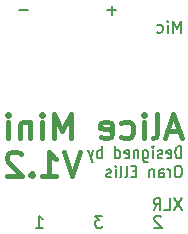
<source format=gbr>
%TF.GenerationSoftware,KiCad,Pcbnew,8.0.6*%
%TF.CreationDate,2024-11-22T12:10:13+00:00*%
%TF.ProjectId,AliceMini,416c6963-654d-4696-9e69-2e6b69636164,rev?*%
%TF.SameCoordinates,Original*%
%TF.FileFunction,Legend,Bot*%
%TF.FilePolarity,Positive*%
%FSLAX46Y46*%
G04 Gerber Fmt 4.6, Leading zero omitted, Abs format (unit mm)*
G04 Created by KiCad (PCBNEW 8.0.6) date 2024-11-22 12:10:13*
%MOMM*%
%LPD*%
G01*
G04 APERTURE LIST*
%ADD10C,0.400000*%
%ADD11C,0.150000*%
%ADD12R,2.000000X2.000000*%
%ADD13C,1.300000*%
G04 APERTURE END LIST*
D10*
X15263157Y-14193121D02*
X14263157Y-14193121D01*
X15463157Y-14764550D02*
X14763157Y-12764550D01*
X14763157Y-12764550D02*
X14063157Y-14764550D01*
X13063157Y-14764550D02*
X13263157Y-14669312D01*
X13263157Y-14669312D02*
X13363157Y-14478835D01*
X13363157Y-14478835D02*
X13363157Y-12764550D01*
X12263157Y-14764550D02*
X12263157Y-13431216D01*
X12263157Y-12764550D02*
X12363157Y-12859788D01*
X12363157Y-12859788D02*
X12263157Y-12955026D01*
X12263157Y-12955026D02*
X12163157Y-12859788D01*
X12163157Y-12859788D02*
X12263157Y-12764550D01*
X12263157Y-12764550D02*
X12263157Y-12955026D01*
X10363157Y-14669312D02*
X10563157Y-14764550D01*
X10563157Y-14764550D02*
X10963157Y-14764550D01*
X10963157Y-14764550D02*
X11163157Y-14669312D01*
X11163157Y-14669312D02*
X11263157Y-14574073D01*
X11263157Y-14574073D02*
X11363157Y-14383597D01*
X11363157Y-14383597D02*
X11363157Y-13812169D01*
X11363157Y-13812169D02*
X11263157Y-13621692D01*
X11263157Y-13621692D02*
X11163157Y-13526454D01*
X11163157Y-13526454D02*
X10963157Y-13431216D01*
X10963157Y-13431216D02*
X10563157Y-13431216D01*
X10563157Y-13431216D02*
X10363157Y-13526454D01*
X8663157Y-14669312D02*
X8863157Y-14764550D01*
X8863157Y-14764550D02*
X9263157Y-14764550D01*
X9263157Y-14764550D02*
X9463157Y-14669312D01*
X9463157Y-14669312D02*
X9563157Y-14478835D01*
X9563157Y-14478835D02*
X9563157Y-13716931D01*
X9563157Y-13716931D02*
X9463157Y-13526454D01*
X9463157Y-13526454D02*
X9263157Y-13431216D01*
X9263157Y-13431216D02*
X8863157Y-13431216D01*
X8863157Y-13431216D02*
X8663157Y-13526454D01*
X8663157Y-13526454D02*
X8563157Y-13716931D01*
X8563157Y-13716931D02*
X8563157Y-13907407D01*
X8563157Y-13907407D02*
X9563157Y-14097883D01*
X6063157Y-14764550D02*
X6063157Y-12764550D01*
X6063157Y-12764550D02*
X5363157Y-14193121D01*
X5363157Y-14193121D02*
X4663157Y-12764550D01*
X4663157Y-12764550D02*
X4663157Y-14764550D01*
X3663157Y-14764550D02*
X3663157Y-13431216D01*
X3663157Y-12764550D02*
X3763157Y-12859788D01*
X3763157Y-12859788D02*
X3663157Y-12955026D01*
X3663157Y-12955026D02*
X3563157Y-12859788D01*
X3563157Y-12859788D02*
X3663157Y-12764550D01*
X3663157Y-12764550D02*
X3663157Y-12955026D01*
X2663157Y-13431216D02*
X2663157Y-14764550D01*
X2663157Y-13621692D02*
X2563157Y-13526454D01*
X2563157Y-13526454D02*
X2363157Y-13431216D01*
X2363157Y-13431216D02*
X2063157Y-13431216D01*
X2063157Y-13431216D02*
X1863157Y-13526454D01*
X1863157Y-13526454D02*
X1763157Y-13716931D01*
X1763157Y-13716931D02*
X1763157Y-14764550D01*
X763157Y-14764550D02*
X763157Y-13431216D01*
X763157Y-12764550D02*
X863157Y-12859788D01*
X863157Y-12859788D02*
X763157Y-12955026D01*
X763157Y-12955026D02*
X663157Y-12859788D01*
X663157Y-12859788D02*
X763157Y-12764550D01*
X763157Y-12764550D02*
X763157Y-12955026D01*
X6863157Y-15984438D02*
X6163157Y-17984438D01*
X6163157Y-17984438D02*
X5463157Y-15984438D01*
X3663157Y-17984438D02*
X4863157Y-17984438D01*
X4263157Y-17984438D02*
X4263157Y-15984438D01*
X4263157Y-15984438D02*
X4463157Y-16270152D01*
X4463157Y-16270152D02*
X4663157Y-16460628D01*
X4663157Y-16460628D02*
X4863157Y-16555866D01*
X2763157Y-17793961D02*
X2663157Y-17889200D01*
X2663157Y-17889200D02*
X2763157Y-17984438D01*
X2763157Y-17984438D02*
X2863157Y-17889200D01*
X2863157Y-17889200D02*
X2763157Y-17793961D01*
X2763157Y-17793961D02*
X2763157Y-17984438D01*
X1863157Y-16174914D02*
X1763157Y-16079676D01*
X1763157Y-16079676D02*
X1563157Y-15984438D01*
X1563157Y-15984438D02*
X1063157Y-15984438D01*
X1063157Y-15984438D02*
X863157Y-16079676D01*
X863157Y-16079676D02*
X763157Y-16174914D01*
X763157Y-16174914D02*
X663157Y-16365390D01*
X663157Y-16365390D02*
X663157Y-16555866D01*
X663157Y-16555866D02*
X763157Y-16841580D01*
X763157Y-16841580D02*
X1963157Y-17984438D01*
X1963157Y-17984438D02*
X663157Y-17984438D01*
D11*
X8758458Y-21369819D02*
X8139411Y-21369819D01*
X8139411Y-21369819D02*
X8472744Y-21750771D01*
X8472744Y-21750771D02*
X8329887Y-21750771D01*
X8329887Y-21750771D02*
X8234649Y-21798390D01*
X8234649Y-21798390D02*
X8187030Y-21846009D01*
X8187030Y-21846009D02*
X8139411Y-21941247D01*
X8139411Y-21941247D02*
X8139411Y-22179342D01*
X8139411Y-22179342D02*
X8187030Y-22274580D01*
X8187030Y-22274580D02*
X8234649Y-22322200D01*
X8234649Y-22322200D02*
X8329887Y-22369819D01*
X8329887Y-22369819D02*
X8615601Y-22369819D01*
X8615601Y-22369819D02*
X8710839Y-22322200D01*
X8710839Y-22322200D02*
X8758458Y-22274580D01*
X15508458Y-19869819D02*
X14841792Y-20869819D01*
X14841792Y-19869819D02*
X15508458Y-20869819D01*
X13984649Y-20869819D02*
X14460839Y-20869819D01*
X14460839Y-20869819D02*
X14460839Y-19869819D01*
X13079887Y-20869819D02*
X13413220Y-20393628D01*
X13651315Y-20869819D02*
X13651315Y-19869819D01*
X13651315Y-19869819D02*
X13270363Y-19869819D01*
X13270363Y-19869819D02*
X13175125Y-19917438D01*
X13175125Y-19917438D02*
X13127506Y-19965057D01*
X13127506Y-19965057D02*
X13079887Y-20060295D01*
X13079887Y-20060295D02*
X13079887Y-20203152D01*
X13079887Y-20203152D02*
X13127506Y-20298390D01*
X13127506Y-20298390D02*
X13175125Y-20346009D01*
X13175125Y-20346009D02*
X13270363Y-20393628D01*
X13270363Y-20393628D02*
X13651315Y-20393628D01*
X9913220Y-3988866D02*
X9151316Y-3988866D01*
X9532268Y-4369819D02*
X9532268Y-3607914D01*
X13710839Y-21465057D02*
X13663220Y-21417438D01*
X13663220Y-21417438D02*
X13567982Y-21369819D01*
X13567982Y-21369819D02*
X13329887Y-21369819D01*
X13329887Y-21369819D02*
X13234649Y-21417438D01*
X13234649Y-21417438D02*
X13187030Y-21465057D01*
X13187030Y-21465057D02*
X13139411Y-21560295D01*
X13139411Y-21560295D02*
X13139411Y-21655533D01*
X13139411Y-21655533D02*
X13187030Y-21798390D01*
X13187030Y-21798390D02*
X13758458Y-22369819D01*
X13758458Y-22369819D02*
X13139411Y-22369819D01*
X15437030Y-16509875D02*
X15437030Y-15509875D01*
X15437030Y-15509875D02*
X15222744Y-15509875D01*
X15222744Y-15509875D02*
X15094173Y-15557494D01*
X15094173Y-15557494D02*
X15008458Y-15652732D01*
X15008458Y-15652732D02*
X14965601Y-15747970D01*
X14965601Y-15747970D02*
X14922744Y-15938446D01*
X14922744Y-15938446D02*
X14922744Y-16081303D01*
X14922744Y-16081303D02*
X14965601Y-16271779D01*
X14965601Y-16271779D02*
X15008458Y-16367017D01*
X15008458Y-16367017D02*
X15094173Y-16462256D01*
X15094173Y-16462256D02*
X15222744Y-16509875D01*
X15222744Y-16509875D02*
X15437030Y-16509875D01*
X14194173Y-16462256D02*
X14279887Y-16509875D01*
X14279887Y-16509875D02*
X14451316Y-16509875D01*
X14451316Y-16509875D02*
X14537030Y-16462256D01*
X14537030Y-16462256D02*
X14579887Y-16367017D01*
X14579887Y-16367017D02*
X14579887Y-15986065D01*
X14579887Y-15986065D02*
X14537030Y-15890827D01*
X14537030Y-15890827D02*
X14451316Y-15843208D01*
X14451316Y-15843208D02*
X14279887Y-15843208D01*
X14279887Y-15843208D02*
X14194173Y-15890827D01*
X14194173Y-15890827D02*
X14151316Y-15986065D01*
X14151316Y-15986065D02*
X14151316Y-16081303D01*
X14151316Y-16081303D02*
X14579887Y-16176541D01*
X13808458Y-16462256D02*
X13722744Y-16509875D01*
X13722744Y-16509875D02*
X13551315Y-16509875D01*
X13551315Y-16509875D02*
X13465601Y-16462256D01*
X13465601Y-16462256D02*
X13422744Y-16367017D01*
X13422744Y-16367017D02*
X13422744Y-16319398D01*
X13422744Y-16319398D02*
X13465601Y-16224160D01*
X13465601Y-16224160D02*
X13551315Y-16176541D01*
X13551315Y-16176541D02*
X13679887Y-16176541D01*
X13679887Y-16176541D02*
X13765601Y-16128922D01*
X13765601Y-16128922D02*
X13808458Y-16033684D01*
X13808458Y-16033684D02*
X13808458Y-15986065D01*
X13808458Y-15986065D02*
X13765601Y-15890827D01*
X13765601Y-15890827D02*
X13679887Y-15843208D01*
X13679887Y-15843208D02*
X13551315Y-15843208D01*
X13551315Y-15843208D02*
X13465601Y-15890827D01*
X13037030Y-16509875D02*
X13037030Y-15843208D01*
X13037030Y-15509875D02*
X13079887Y-15557494D01*
X13079887Y-15557494D02*
X13037030Y-15605113D01*
X13037030Y-15605113D02*
X12994173Y-15557494D01*
X12994173Y-15557494D02*
X13037030Y-15509875D01*
X13037030Y-15509875D02*
X13037030Y-15605113D01*
X12222745Y-15843208D02*
X12222745Y-16652732D01*
X12222745Y-16652732D02*
X12265602Y-16747970D01*
X12265602Y-16747970D02*
X12308459Y-16795589D01*
X12308459Y-16795589D02*
X12394173Y-16843208D01*
X12394173Y-16843208D02*
X12522745Y-16843208D01*
X12522745Y-16843208D02*
X12608459Y-16795589D01*
X12222745Y-16462256D02*
X12308459Y-16509875D01*
X12308459Y-16509875D02*
X12479887Y-16509875D01*
X12479887Y-16509875D02*
X12565602Y-16462256D01*
X12565602Y-16462256D02*
X12608459Y-16414636D01*
X12608459Y-16414636D02*
X12651316Y-16319398D01*
X12651316Y-16319398D02*
X12651316Y-16033684D01*
X12651316Y-16033684D02*
X12608459Y-15938446D01*
X12608459Y-15938446D02*
X12565602Y-15890827D01*
X12565602Y-15890827D02*
X12479887Y-15843208D01*
X12479887Y-15843208D02*
X12308459Y-15843208D01*
X12308459Y-15843208D02*
X12222745Y-15890827D01*
X11794173Y-15843208D02*
X11794173Y-16509875D01*
X11794173Y-15938446D02*
X11751316Y-15890827D01*
X11751316Y-15890827D02*
X11665601Y-15843208D01*
X11665601Y-15843208D02*
X11537030Y-15843208D01*
X11537030Y-15843208D02*
X11451316Y-15890827D01*
X11451316Y-15890827D02*
X11408459Y-15986065D01*
X11408459Y-15986065D02*
X11408459Y-16509875D01*
X10637030Y-16462256D02*
X10722744Y-16509875D01*
X10722744Y-16509875D02*
X10894173Y-16509875D01*
X10894173Y-16509875D02*
X10979887Y-16462256D01*
X10979887Y-16462256D02*
X11022744Y-16367017D01*
X11022744Y-16367017D02*
X11022744Y-15986065D01*
X11022744Y-15986065D02*
X10979887Y-15890827D01*
X10979887Y-15890827D02*
X10894173Y-15843208D01*
X10894173Y-15843208D02*
X10722744Y-15843208D01*
X10722744Y-15843208D02*
X10637030Y-15890827D01*
X10637030Y-15890827D02*
X10594173Y-15986065D01*
X10594173Y-15986065D02*
X10594173Y-16081303D01*
X10594173Y-16081303D02*
X11022744Y-16176541D01*
X9822744Y-16509875D02*
X9822744Y-15509875D01*
X9822744Y-16462256D02*
X9908458Y-16509875D01*
X9908458Y-16509875D02*
X10079886Y-16509875D01*
X10079886Y-16509875D02*
X10165601Y-16462256D01*
X10165601Y-16462256D02*
X10208458Y-16414636D01*
X10208458Y-16414636D02*
X10251315Y-16319398D01*
X10251315Y-16319398D02*
X10251315Y-16033684D01*
X10251315Y-16033684D02*
X10208458Y-15938446D01*
X10208458Y-15938446D02*
X10165601Y-15890827D01*
X10165601Y-15890827D02*
X10079886Y-15843208D01*
X10079886Y-15843208D02*
X9908458Y-15843208D01*
X9908458Y-15843208D02*
X9822744Y-15890827D01*
X8708458Y-16509875D02*
X8708458Y-15509875D01*
X8708458Y-15890827D02*
X8622744Y-15843208D01*
X8622744Y-15843208D02*
X8451315Y-15843208D01*
X8451315Y-15843208D02*
X8365601Y-15890827D01*
X8365601Y-15890827D02*
X8322744Y-15938446D01*
X8322744Y-15938446D02*
X8279886Y-16033684D01*
X8279886Y-16033684D02*
X8279886Y-16319398D01*
X8279886Y-16319398D02*
X8322744Y-16414636D01*
X8322744Y-16414636D02*
X8365601Y-16462256D01*
X8365601Y-16462256D02*
X8451315Y-16509875D01*
X8451315Y-16509875D02*
X8622744Y-16509875D01*
X8622744Y-16509875D02*
X8708458Y-16462256D01*
X7979886Y-15843208D02*
X7765600Y-16509875D01*
X7551315Y-15843208D02*
X7765600Y-16509875D01*
X7765600Y-16509875D02*
X7851315Y-16747970D01*
X7851315Y-16747970D02*
X7894172Y-16795589D01*
X7894172Y-16795589D02*
X7979886Y-16843208D01*
X15265601Y-17119819D02*
X15094173Y-17119819D01*
X15094173Y-17119819D02*
X15008458Y-17167438D01*
X15008458Y-17167438D02*
X14922744Y-17262676D01*
X14922744Y-17262676D02*
X14879887Y-17453152D01*
X14879887Y-17453152D02*
X14879887Y-17786485D01*
X14879887Y-17786485D02*
X14922744Y-17976961D01*
X14922744Y-17976961D02*
X15008458Y-18072200D01*
X15008458Y-18072200D02*
X15094173Y-18119819D01*
X15094173Y-18119819D02*
X15265601Y-18119819D01*
X15265601Y-18119819D02*
X15351316Y-18072200D01*
X15351316Y-18072200D02*
X15437030Y-17976961D01*
X15437030Y-17976961D02*
X15479887Y-17786485D01*
X15479887Y-17786485D02*
X15479887Y-17453152D01*
X15479887Y-17453152D02*
X15437030Y-17262676D01*
X15437030Y-17262676D02*
X15351316Y-17167438D01*
X15351316Y-17167438D02*
X15265601Y-17119819D01*
X14494173Y-18119819D02*
X14494173Y-17453152D01*
X14494173Y-17643628D02*
X14451316Y-17548390D01*
X14451316Y-17548390D02*
X14408459Y-17500771D01*
X14408459Y-17500771D02*
X14322744Y-17453152D01*
X14322744Y-17453152D02*
X14237030Y-17453152D01*
X13551316Y-18119819D02*
X13551316Y-17596009D01*
X13551316Y-17596009D02*
X13594173Y-17500771D01*
X13594173Y-17500771D02*
X13679887Y-17453152D01*
X13679887Y-17453152D02*
X13851316Y-17453152D01*
X13851316Y-17453152D02*
X13937030Y-17500771D01*
X13551316Y-18072200D02*
X13637030Y-18119819D01*
X13637030Y-18119819D02*
X13851316Y-18119819D01*
X13851316Y-18119819D02*
X13937030Y-18072200D01*
X13937030Y-18072200D02*
X13979887Y-17976961D01*
X13979887Y-17976961D02*
X13979887Y-17881723D01*
X13979887Y-17881723D02*
X13937030Y-17786485D01*
X13937030Y-17786485D02*
X13851316Y-17738866D01*
X13851316Y-17738866D02*
X13637030Y-17738866D01*
X13637030Y-17738866D02*
X13551316Y-17691247D01*
X13122744Y-17453152D02*
X13122744Y-18119819D01*
X13122744Y-17548390D02*
X13079887Y-17500771D01*
X13079887Y-17500771D02*
X12994172Y-17453152D01*
X12994172Y-17453152D02*
X12865601Y-17453152D01*
X12865601Y-17453152D02*
X12779887Y-17500771D01*
X12779887Y-17500771D02*
X12737030Y-17596009D01*
X12737030Y-17596009D02*
X12737030Y-18119819D01*
X11622744Y-17596009D02*
X11322744Y-17596009D01*
X11194172Y-18119819D02*
X11622744Y-18119819D01*
X11622744Y-18119819D02*
X11622744Y-17119819D01*
X11622744Y-17119819D02*
X11194172Y-17119819D01*
X10679886Y-18119819D02*
X10765601Y-18072200D01*
X10765601Y-18072200D02*
X10808458Y-17976961D01*
X10808458Y-17976961D02*
X10808458Y-17119819D01*
X10208457Y-18119819D02*
X10294172Y-18072200D01*
X10294172Y-18072200D02*
X10337029Y-17976961D01*
X10337029Y-17976961D02*
X10337029Y-17119819D01*
X9865600Y-18119819D02*
X9865600Y-17453152D01*
X9865600Y-17119819D02*
X9908457Y-17167438D01*
X9908457Y-17167438D02*
X9865600Y-17215057D01*
X9865600Y-17215057D02*
X9822743Y-17167438D01*
X9822743Y-17167438D02*
X9865600Y-17119819D01*
X9865600Y-17119819D02*
X9865600Y-17215057D01*
X9479886Y-18072200D02*
X9394172Y-18119819D01*
X9394172Y-18119819D02*
X9222743Y-18119819D01*
X9222743Y-18119819D02*
X9137029Y-18072200D01*
X9137029Y-18072200D02*
X9094172Y-17976961D01*
X9094172Y-17976961D02*
X9094172Y-17929342D01*
X9094172Y-17929342D02*
X9137029Y-17834104D01*
X9137029Y-17834104D02*
X9222743Y-17786485D01*
X9222743Y-17786485D02*
X9351315Y-17786485D01*
X9351315Y-17786485D02*
X9437029Y-17738866D01*
X9437029Y-17738866D02*
X9479886Y-17643628D01*
X9479886Y-17643628D02*
X9479886Y-17596009D01*
X9479886Y-17596009D02*
X9437029Y-17500771D01*
X9437029Y-17500771D02*
X9351315Y-17453152D01*
X9351315Y-17453152D02*
X9222743Y-17453152D01*
X9222743Y-17453152D02*
X9137029Y-17500771D01*
X15413220Y-5869819D02*
X15413220Y-4869819D01*
X15413220Y-4869819D02*
X15079887Y-5584104D01*
X15079887Y-5584104D02*
X14746554Y-4869819D01*
X14746554Y-4869819D02*
X14746554Y-5869819D01*
X14270363Y-5869819D02*
X14270363Y-5203152D01*
X14270363Y-4869819D02*
X14317982Y-4917438D01*
X14317982Y-4917438D02*
X14270363Y-4965057D01*
X14270363Y-4965057D02*
X14222744Y-4917438D01*
X14222744Y-4917438D02*
X14270363Y-4869819D01*
X14270363Y-4869819D02*
X14270363Y-4965057D01*
X13365602Y-5822200D02*
X13460840Y-5869819D01*
X13460840Y-5869819D02*
X13651316Y-5869819D01*
X13651316Y-5869819D02*
X13746554Y-5822200D01*
X13746554Y-5822200D02*
X13794173Y-5774580D01*
X13794173Y-5774580D02*
X13841792Y-5679342D01*
X13841792Y-5679342D02*
X13841792Y-5393628D01*
X13841792Y-5393628D02*
X13794173Y-5298390D01*
X13794173Y-5298390D02*
X13746554Y-5250771D01*
X13746554Y-5250771D02*
X13651316Y-5203152D01*
X13651316Y-5203152D02*
X13460840Y-5203152D01*
X13460840Y-5203152D02*
X13365602Y-5250771D01*
X2413220Y-3988866D02*
X1651316Y-3988866D01*
X3139411Y-22369819D02*
X3710839Y-22369819D01*
X3425125Y-22369819D02*
X3425125Y-21369819D01*
X3425125Y-21369819D02*
X3520363Y-21512676D01*
X3520363Y-21512676D02*
X3615601Y-21607914D01*
X3615601Y-21607914D02*
X3710839Y-21655533D01*
%LPC*%
D12*
%TO.C,H7*%
X8500000Y-24000000D03*
%TD*%
%TO.C,H5*%
X2000000Y-2000000D03*
%TD*%
D13*
%TO.C,REF\u002A\u002A*%
X15000000Y-1000000D03*
%TD*%
%TO.C,REF\u002A\u002A*%
X1000000Y-25000000D03*
%TD*%
D12*
%TO.C,H8*%
X3500000Y-24000000D03*
%TD*%
%TO.C,H6*%
X13500000Y-24000000D03*
%TD*%
%TO.C,H4*%
X9500000Y-2000000D03*
%TD*%
%LPD*%
M02*

</source>
